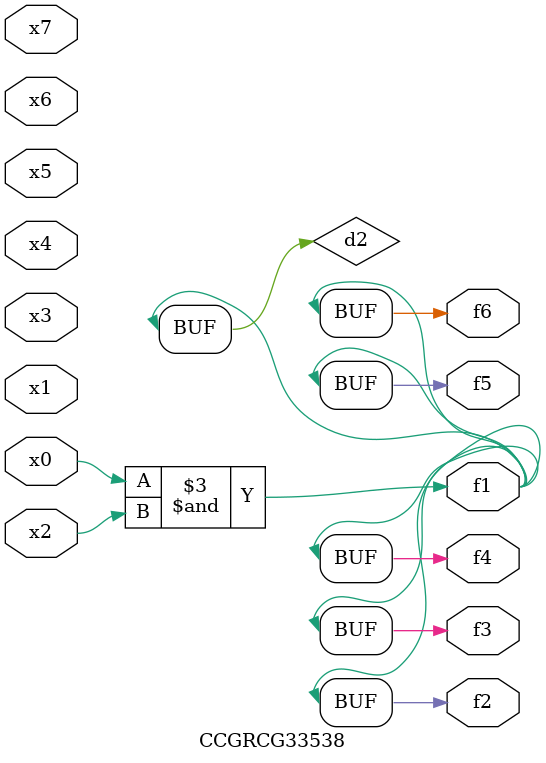
<source format=v>
module CCGRCG33538(
	input x0, x1, x2, x3, x4, x5, x6, x7,
	output f1, f2, f3, f4, f5, f6
);

	wire d1, d2;

	nor (d1, x3, x6);
	and (d2, x0, x2);
	assign f1 = d2;
	assign f2 = d2;
	assign f3 = d2;
	assign f4 = d2;
	assign f5 = d2;
	assign f6 = d2;
endmodule

</source>
